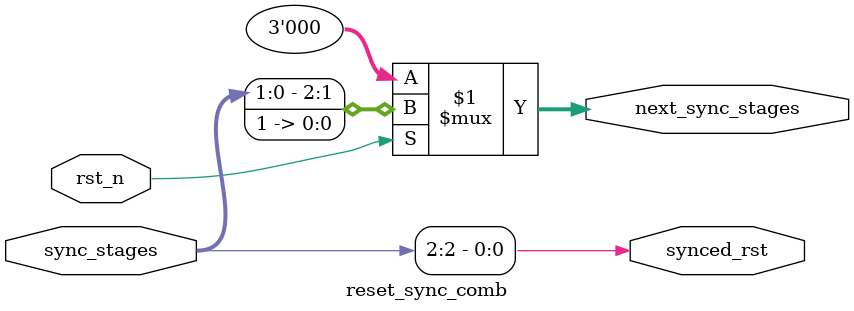
<source format=sv>
module reset_sync_3stage(
  input  wire clk,
  input  wire rst_n,
  output wire synced_rst
);
  
  // 使用参数增加可配置性
  localparam NUM_STAGES = 3;
  
  // 内部连线
  wire [NUM_STAGES-1:0] next_sync_stages;
  (* dont_touch = "true" *)  // 综合指令防止优化掉同步链
  (* async_reg = "true" *)   // 提示工具这是异步寄存器，改善时序分析
  reg [NUM_STAGES-1:0] sync_stages;
  
  // 实例化组合逻辑模块
  reset_sync_comb #(
    .NUM_STAGES(NUM_STAGES)
  ) comb_logic (
    .rst_n(rst_n),
    .sync_stages(sync_stages),
    .next_sync_stages(next_sync_stages),
    .synced_rst(synced_rst)
  );
  
  // 时序逻辑部分
  always @(posedge clk or negedge rst_n) begin
    if (!rst_n) begin
      sync_stages <= {NUM_STAGES{1'b0}};  // 复位时所有阶段清零
    end else begin
      sync_stages <= next_sync_stages;    // 更新为组合逻辑计算的下一状态
    end
  end
  
endmodule

// 纯组合逻辑模块
module reset_sync_comb #(
  parameter NUM_STAGES = 3
)(
  input  wire rst_n,
  input  wire [NUM_STAGES-1:0] sync_stages,
  output wire [NUM_STAGES-1:0] next_sync_stages,
  output wire synced_rst
);
  
  // 组合逻辑计算下一状态
  assign next_sync_stages = rst_n ? {sync_stages[NUM_STAGES-2:0], 1'b1} : {NUM_STAGES{1'b0}};
  
  // 输出为最后一个触发器的值
  assign synced_rst = sync_stages[NUM_STAGES-1];
  
endmodule
</source>
